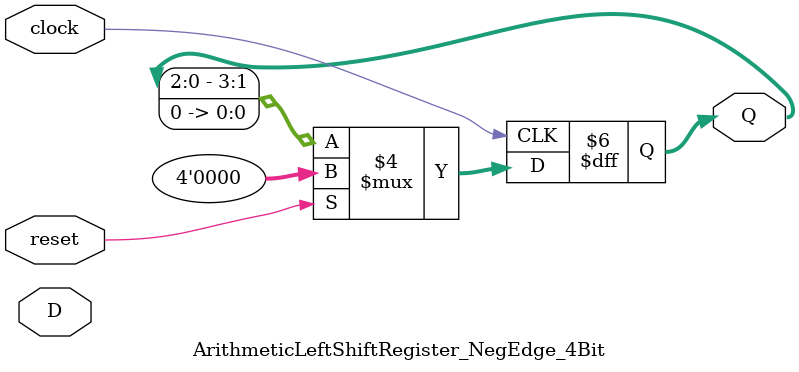
<source format=v>
module ArithmeticLeftShiftRegister_NegEdge_4Bit (clock, reset, D, Q);
    input clock;
    input reset;
    input [3:0] D;
    output reg [3:0] Q;

    always @(negedge clock)
    begin
        if (reset)
            Q = 4'b0000;
        else
            Q = Q << 1 ;        
    end
endmodule

</source>
